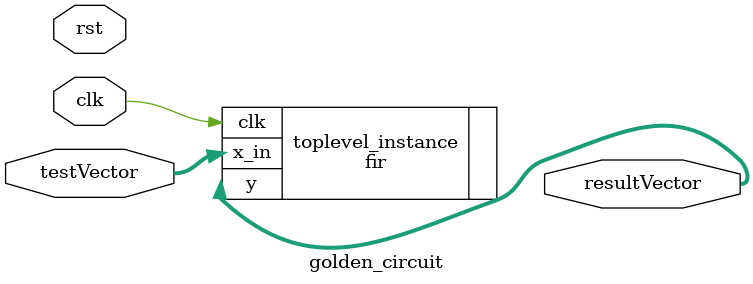
<source format=v>
`timescale 100 ps/100 ps
module golden_circuit (
clk,
rst,
testVector,
resultVector,
);
input clk;
input rst;
input[7:0] testVector;
output[7:0] resultVector;
fir toplevel_instance (
.x_in(testVector [7:0]),
.clk(clk),
.y(resultVector [7:0]));
endmodule
</source>
